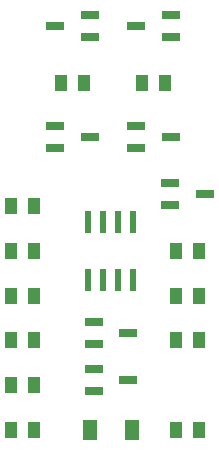
<source format=gbr>
%TF.GenerationSoftware,KiCad,Pcbnew,(6.0.5)*%
%TF.CreationDate,2023-02-06T04:07:19+00:00*%
%TF.ProjectId,AutoFloppySwitcher,4175746f-466c-46f7-9070-795377697463,rev?*%
%TF.SameCoordinates,Original*%
%TF.FileFunction,Paste,Top*%
%TF.FilePolarity,Positive*%
%FSLAX46Y46*%
G04 Gerber Fmt 4.6, Leading zero omitted, Abs format (unit mm)*
G04 Created by KiCad (PCBNEW (6.0.5)) date 2023-02-06 04:07:19*
%MOMM*%
%LPD*%
G01*
G04 APERTURE LIST*
%ADD10R,1.000000X1.450000*%
%ADD11R,1.500000X0.650000*%
%ADD12R,1.300000X1.700000*%
%ADD13R,0.600000X1.950000*%
G04 APERTURE END LIST*
D10*
%TO.C,C1*%
X112050000Y-98000000D03*
X113950000Y-98000000D03*
%TD*%
%TO.C,R11*%
X127950000Y-82800000D03*
X126050000Y-82800000D03*
%TD*%
%TO.C,R10*%
X112050000Y-79000000D03*
X113950000Y-79000000D03*
%TD*%
%TO.C,R8*%
X118203000Y-68580000D03*
X116303000Y-68580000D03*
%TD*%
D11*
%TO.C,Q2*%
X118713000Y-64704000D03*
X118713000Y-62804000D03*
X115793000Y-63754000D03*
%TD*%
%TO.C,Q6*%
X115793000Y-72202000D03*
X115793000Y-74102000D03*
X118713000Y-73152000D03*
%TD*%
D10*
%TO.C,R3*%
X112050000Y-82800000D03*
X113950000Y-82800000D03*
%TD*%
%TO.C,R7*%
X127950000Y-90400000D03*
X126050000Y-90400000D03*
%TD*%
D12*
%TO.C,D1*%
X122242000Y-98000000D03*
X118742000Y-98000000D03*
%TD*%
D10*
%TO.C,R4*%
X126050000Y-98000000D03*
X127950000Y-98000000D03*
%TD*%
D11*
%TO.C,Q5*%
X119032000Y-92776000D03*
X119032000Y-94676000D03*
X121952000Y-93726000D03*
%TD*%
%TO.C,Q3*%
X125571000Y-64704000D03*
X125571000Y-62804000D03*
X122651000Y-63754000D03*
%TD*%
%TO.C,Q7*%
X122651000Y-72202000D03*
X122651000Y-74102000D03*
X125571000Y-73152000D03*
%TD*%
D10*
%TO.C,R6*%
X127950000Y-86600000D03*
X126050000Y-86600000D03*
%TD*%
%TO.C,R9*%
X125061000Y-68580000D03*
X123161000Y-68580000D03*
%TD*%
%TO.C,R1*%
X112050000Y-90400000D03*
X113950000Y-90400000D03*
%TD*%
D13*
%TO.C,U1*%
X118587000Y-85279000D03*
X119857000Y-85279000D03*
X121127000Y-85279000D03*
X122397000Y-85279000D03*
X122397000Y-80329000D03*
X121127000Y-80329000D03*
X119857000Y-80329000D03*
X118587000Y-80329000D03*
%TD*%
D10*
%TO.C,R2*%
X112050000Y-94200000D03*
X113950000Y-94200000D03*
%TD*%
D11*
%TO.C,Q1*%
X119032000Y-88839000D03*
X119032000Y-90739000D03*
X121952000Y-89789000D03*
%TD*%
%TO.C,Q4*%
X125540000Y-77028000D03*
X125540000Y-78928000D03*
X128460000Y-77978000D03*
%TD*%
D10*
%TO.C,R5*%
X112050000Y-86600000D03*
X113950000Y-86600000D03*
%TD*%
M02*

</source>
